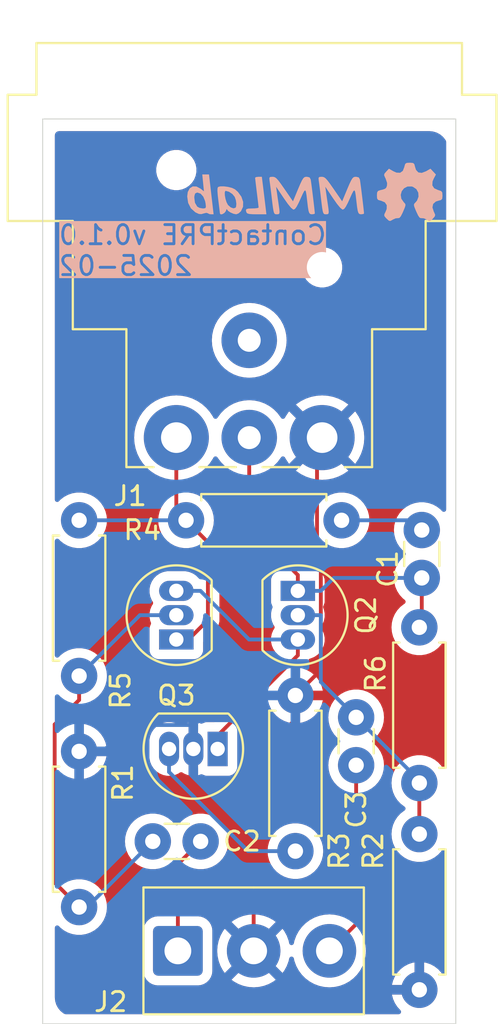
<source format=kicad_pcb>
(kicad_pcb (version 20240108) (generator "pcbnew") (generator_version "8.0")
  (layers (0 "F.Cu" signal) (31 "B.Cu" signal) (34 "B.Paste" user) (35 "F.Paste" user) (36 "B.SilkS" user "B.Silkscreen") (37 "F.SilkS" user "F.Silkscreen") (38 "B.Mask" user) (39 "F.Mask" user) (44 "Edge.Cuts" user))
  (net 0 "")
  (net 1 "Net-(Q2-D)")
  (net 2 "Net-(C1-Pad1)")
  (net 3 "Net-(Q1-G)")
  (net 4 "Net-(J2-Pin_1)")
  (net 5 "Net-(Q2-G)")
  (net 6 "Net-(J2-Pin_3)")
  (net 7 "Net-(Q1-D)")
  (net 8 "GND")
  (net 9 "Net-(Q1-S)")
  (net 10 "Net-(Q3-S)")
  (footprint "MyComponents:C_Disc_D3.0mm_W1.6mm_P2.50mm" (layer "F.Cu") (at 126.238 83.185 -90)
    (property "Reference" "C3" (at 4.826 0 -90) (layer "F.SilkS"))
    (property "Value" "220p")
    (fp_line (start 0.621 0.92) (end 1.879 0.92) (stroke (width 0.12)) (layer "F.SilkS"))
    (fp_line (start 0.621 -0.92) (end 1.879 -0.92) (stroke (width 0.12)) (layer "F.SilkS"))
    (pad "1" thru_hole circle (at 0 0 270) (size 1.9 1.9) (drill 0.8) (layers "*.Cu" "*.Mask") (net 5 "Net-(Q2-G)"))
    (pad "2" thru_hole circle (at 2.5 0 270) (size 1.9 1.9) (drill 0.8) (layers "*.Cu" "*.Mask") (net 6 "Net-(J2-Pin_3)"))
  )
  (footprint "MyComponents:C_Disc_D3.0mm_W1.6mm_P2.50mm" (layer "F.Cu") (at 118.11 89.662 180)
    (property "Reference" "C2" (at -2.159 0 180) (layer "F.SilkS"))
    (property "Value" "220p")
    (fp_line (start 0.621 0.92) (end 1.879 0.92) (stroke (width 0.12)) (layer "F.SilkS"))
    (fp_line (start 0.621 -0.92) (end 1.879 -0.92) (stroke (width 0.12)) (layer "F.SilkS"))
    (pad "1" thru_hole circle (at 0 0 180) (size 1.9 1.9) (drill 0.8) (layers "*.Cu" "*.Mask") (net 4 "Net-(J2-Pin_1)"))
    (pad "2" thru_hole circle (at 2.5 0 180) (size 1.9 1.9) (drill 0.8) (layers "*.Cu" "*.Mask") (net 3 "Net-(Q1-G)"))
  )
  (footprint "MyComponents:R_Axial_DIN0207_L6.3mm_D2.5mm_P8.128mm_Horizontal" (layer "F.Cu") (at 129.54 78.74 -90)
    (property "Reference" "R6" (at 2.159 2.286 -90) (layer "F.SilkS"))
    (property "Value" "3M")
    (fp_line (start 0.54 1.37) (end 7.08 1.37) (stroke (width 0.12)) (layer "F.SilkS"))
    (fp_line (start 7.08 1.37) (end 7.08 1.04) (stroke (width 0.12)) (layer "F.SilkS"))
    (fp_line (start 0.54 1.04) (end 0.54 1.37) (stroke (width 0.12)) (layer "F.SilkS"))
    (fp_line (start 0.54 -1.04) (end 0.54 -1.37) (stroke (width 0.12)) (layer "F.SilkS"))
    (fp_line (start 0.54 -1.37) (end 7.08 -1.37) (stroke (width 0.12)) (layer "F.SilkS"))
    (fp_line (start 7.08 -1.37) (end 7.08 -1.04) (stroke (width 0.12)) (layer "F.SilkS"))
    (pad "1" thru_hole circle (at -0.254 0 270) (size 1.9 1.9) (drill 0.8) (layers "*.Cu" "*.Mask") (net 1 "Net-(Q2-D)"))
    (pad "2" thru_hole oval (at 7.874 0 270) (size 1.9 1.9) (drill 0.8) (layers "*.Cu" "*.Mask") (net 5 "Net-(Q2-G)"))
  )
  (footprint "MyComponents:R_Axial_DIN0207_L6.3mm_D2.5mm_P8.128mm_Horizontal" (layer "F.Cu") (at 129.54 89.535 -90)
    (property "Reference" "R2" (at 0.635 2.413 -90) (layer "F.SilkS"))
    (property "Value" "3M")
    (fp_line (start 0.54 1.37) (end 7.08 1.37) (stroke (width 0.12)) (layer "F.SilkS"))
    (fp_line (start 7.08 1.37) (end 7.08 1.04) (stroke (width 0.12)) (layer "F.SilkS"))
    (fp_line (start 0.54 1.04) (end 0.54 1.37) (stroke (width 0.12)) (layer "F.SilkS"))
    (fp_line (start 0.54 -1.04) (end 0.54 -1.37) (stroke (width 0.12)) (layer "F.SilkS"))
    (fp_line (start 0.54 -1.37) (end 7.08 -1.37) (stroke (width 0.12)) (layer "F.SilkS"))
    (fp_line (start 7.08 -1.37) (end 7.08 -1.04) (stroke (width 0.12)) (layer "F.SilkS"))
    (pad "1" thru_hole circle (at -0.254 0 270) (size 1.9 1.9) (drill 0.8) (layers "*.Cu" "*.Mask") (net 5 "Net-(Q2-G)"))
    (pad "2" thru_hole oval (at 7.874 0 270) (size 1.9 1.9) (drill 0.8) (layers "*.Cu" "*.Mask") (net 8 "GND"))
  )
  (footprint "MyComponents:R_Axial_DIN0207_L6.3mm_D2.5mm_P8.128mm_Horizontal" (layer "F.Cu") (at 123.063 89.916 90)
    (property "Reference" "R3" (at -0.254 2.286 90) (layer "F.SilkS"))
    (property "Value" "1-2K")
    (fp_line (start 7.08 -1.37) (end 7.08 -1.04) (stroke (width 0.12)) (layer "F.SilkS"))
    (fp_line (start 0.54 -1.37) (end 7.08 -1.37) (stroke (width 0.12)) (layer "F.SilkS"))
    (fp_line (start 0.54 -1.04) (end 0.54 -1.37) (stroke (width 0.12)) (layer "F.SilkS"))
    (fp_line (start 0.54 1.04) (end 0.54 1.37) (stroke (width 0.12)) (layer "F.SilkS"))
    (fp_line (start 7.08 1.37) (end 7.08 1.04) (stroke (width 0.12)) (layer "F.SilkS"))
    (fp_line (start 0.54 1.37) (end 7.08 1.37) (stroke (width 0.12)) (layer "F.SilkS"))
    (pad "1" thru_hole circle (at -0.254 0 90) (size 1.9 1.9) (drill 0.8) (layers "*.Cu" "*.Mask") (net 10 "Net-(Q3-S)"))
    (pad "2" thru_hole oval (at 7.874 0 90) (size 1.9 1.9) (drill 0.8) (layers "*.Cu" "*.Mask") (net 8 "GND"))
  )
  (footprint "MyComponents:TO-92_Inline" (layer "F.Cu") (at 123.19 76.581 -90)
    (property "Reference" "Q2" (at 1.27 -3.56 -90) (layer "F.SilkS"))
    (property "Value" "2N3819")
    (fp_line (start -0.53 1.85) (end 3.07 1.85) (stroke (width 0.12)) (layer "F.SilkS"))
    (fp_arc (start -0.568478 1.838478) (mid -1.132087 -0.994977) (end 1.27 -2.6) (stroke (width 0.12)) (layer "F.SilkS"))
    (fp_arc (start 1.27 -2.6) (mid 3.672087 -0.994977) (end 3.108478 1.838478) (stroke (width 0.12)) (layer "F.SilkS"))
    (pad "1" thru_hole rect (at 0 0 270) (size 1.05 1.8) (drill 0.75) (layers "*.Cu" "*.Mask") (net 1 "Net-(Q2-D)"))
    (pad "2" thru_hole oval (at 1.27 0 270) (size 1.05 1.8) (drill 0.75) (layers "*.Cu" "*.Mask") (net 5 "Net-(Q2-G)"))
    (pad "3" thru_hole oval (at 2.54 0 270) (size 1.05 1.8) (drill 0.75) (layers "*.Cu" "*.Mask") (net 9 "Net-(Q1-S)"))
  )
  (footprint "Connector_Audio:Jack_XLR_Neutrik_NC3MAAH_Horizontal" (layer "F.Cu") (at 124.46 68.58 180)
    (property "Reference" "J1" (at 10.033 -3.048 0) (layer "F.SilkS"))
    (property "Value" "XLR3")
    (fp_line (start 16.43 17.9) (end 16.43 11.31) (stroke (width 0.12)) (layer "F.SilkS"))
    (fp_line (start 16.43 17.9) (end 14.93 17.9) (stroke (width 0.12)) (layer "F.SilkS"))
    (fp_line (start 14.93 20.6) (end -7.31 20.6) (stroke (width 0.12)) (layer "F.SilkS"))
    (fp_line (start 14.93 17.9) (end 14.93 20.6) (stroke (width 0.12)) (layer "F.SilkS"))
    (fp_line (start 13.03 11.31) (end 16.43 11.31) (stroke (width 0.12)) (layer "F.SilkS"))
    (fp_line (start 13.03 11.31) (end 13.03 5.66) (stroke (width 0.12)) (layer "F.SilkS"))
    (fp_line (start 10.23 5.66) (end 13.03 5.66) (stroke (width 0.12)) (layer "F.SilkS"))
    (fp_line (start 10.23 5.66) (end 10.23 -1.54) (stroke (width 0.12)) (layer "F.SilkS"))
    (fp_line (start 10.23 -1.54) (end 8.81 -1.54) (stroke (width 0.12)) (layer "F.SilkS"))
    (fp_line (start 4.51 -1.54) (end 6.41 -1.54) (stroke (width 0.12)) (layer "F.SilkS"))
    (fp_line (start 3.11 -1.54) (end 1.21 -1.54) (stroke (width 0.12)) (layer "F.SilkS"))
    (fp_line (start -1.19 -1.54) (end -2.61 -1.54) (stroke (width 0.12)) (layer "F.SilkS"))
    (fp_line (start -2.61 5.66) (end -2.61 -1.54) (stroke (width 0.12)) (layer "F.SilkS"))
    (fp_line (start -2.61 5.66) (end -5.41 5.66) (stroke (width 0.12)) (layer "F.SilkS"))
    (fp_line (start -5.41 11.31) (end -5.41 5.66) (stroke (width 0.12)) (layer "F.SilkS"))
    (fp_line (start -7.31 17.9) (end -7.31 20.6) (stroke (width 0.12)) (layer "F.SilkS"))
    (fp_line (start -7.31 17.9) (end -9.11 17.9) (stroke (width 0.12)) (layer "F.SilkS"))
    (fp_line (start -9.11 17.9) (end -9.11 11.31) (stroke (width 0.12)) (layer "F.SilkS"))
    (fp_line (start -9.11 11.31) (end -5.41 11.31) (stroke (width 0.12)) (layer "F.SilkS"))
    (pad "" np_thru_hole circle (at 0 8.89 180) (size 1.6 1.6) (drill 1.6) (layers "*.Cu" "*.Mask"))
    (pad "" np_thru_hole circle (at 7.62 13.97 180) (size 1.6 1.6) (drill 1.6) (layers "*.Cu" "*.Mask"))
    (pad "1" thru_hole circle (at 0 0 180) (size 3.4 3.4) (drill 1.6) (layers "*.Cu" "*.Mask") (net 8 "GND"))
    (pad "2" thru_hole circle (at 7.62 0 180) (size 3.4 3.4) (drill 1.6) (layers "*.Cu" "*.Mask") (net 7 "Net-(Q1-D)"))
    (pad "3" thru_hole circle (at 3.81 0 180) (size 2.9 2.9) (drill 1.2) (layers "*.Cu" "*.Mask") (net 1 "Net-(Q2-D)"))
    (pad "G" thru_hole circle (at 3.81 5.08 180) (size 2.9 2.9) (drill 1.2) (layers "*.Cu" "*.Mask"))
  )
  (footprint "MyComponents:TO-92_Inline" (layer "F.Cu") (at 118.999 84.836 180)
    (property "Reference" "Q3" (at 2.159 2.794 180) (layer "F.SilkS"))
    (property "Value" "2N3819")
    (fp_line (start -0.53 1.85) (end 3.07 1.85) (stroke (width 0.12)) (layer "F.SilkS"))
    (fp_arc (start 1.27 -2.6) (mid 3.672087 -0.994977) (end 3.108478 1.838478) (stroke (width 0.12)) (layer "F.SilkS"))
    (fp_arc (start -0.568478 1.838478) (mid -1.132087 -0.994977) (end 1.27 -2.6) (stroke (width 0.12)) (layer "F.SilkS"))
    (pad "1" thru_hole rect (at 0 0 180) (size 1.05 1.8) (drill 0.75) (layers "*.Cu" "*.Mask") (net 9 "Net-(Q1-S)"))
    (pad "2" thru_hole oval (at 1.27 0 180) (size 1.05 1.8) (drill 0.75) (layers "*.Cu" "*.Mask") (net 8 "GND"))
    (pad "3" thru_hole oval (at 2.54 0 180) (size 1.05 1.8) (drill 0.75) (layers "*.Cu" "*.Mask") (net 10 "Net-(Q3-S)"))
  )
  (footprint "MyComponents:R_Axial_DIN0207_L6.3mm_D2.5mm_P8.128mm_Horizontal" (layer "F.Cu") (at 111.76 92.837 90)
    (property "Reference" "R1" (at 6.223 2.286 90) (layer "F.SilkS"))
    (property "Value" "3M")
    (fp_line (start 7.08 -1.37) (end 7.08 -1.04) (stroke (width 0.12)) (layer "F.SilkS"))
    (fp_line (start 0.54 -1.37) (end 7.08 -1.37) (stroke (width 0.12)) (layer "F.SilkS"))
    (fp_line (start 0.54 -1.04) (end 0.54 -1.37) (stroke (width 0.12)) (layer "F.SilkS"))
    (fp_line (start 0.54 1.04) (end 0.54 1.37) (stroke (width 0.12)) (layer "F.SilkS"))
    (fp_line (start 7.08 1.37) (end 7.08 1.04) (stroke (width 0.12)) (layer "F.SilkS"))
    (fp_line (start 0.54 1.37) (end 7.08 1.37) (stroke (width 0.12)) (layer "F.SilkS"))
    (pad "1" thru_hole circle (at -0.254 0 90) (size 1.9 1.9) (drill 0.8) (layers "*.Cu" "*.Mask") (net 3 "Net-(Q1-G)"))
    (pad "2" thru_hole oval (at 7.874 0 90) (size 1.9 1.9) (drill 0.8) (layers "*.Cu" "*.Mask") (net 8 "GND"))
  )
  (footprint "MyComponents:TE_826576-3_1x03_P3.96mm_Vertical" (layer "F.Cu") (at 116.921 95.377)
    (property "Reference" "J2" (at -3.51 2.667 0) (layer "F.SilkS"))
    (property "Value" "Piezo")
    (fp_line (start -1.8 -3.31) (end -1.8 3.31) (stroke (width 0.12)) (layer "F.SilkS"))
    (fp_line (start -1.8 3.31) (end 3.96 3.31) (stroke (width 0.12)) (layer "F.SilkS"))
    (fp_line (start 3.96 -3.31) (end -1.8 -3.31) (stroke (width 0.12)) (layer "F.SilkS"))
    (fp_line (start 3.96 -3.31) (end 9.72 -3.31) (stroke (width 0.12)) (layer "F.SilkS"))
    (fp_line (start 9.72 -3.31) (end 9.72 3.31) (stroke (width 0.12)) (layer "F.SilkS"))
    (fp_line (start 9.72 3.31) (end 3.96 3.31) (stroke (width 0.12)) (layer "F.SilkS"))
    (pad "1" thru_hole roundrect (at 0 0) (size 2.6 2.6) (drill 1.4) (layers "*.Cu" "*.Mask") (roundrect_rratio 0.104167) (net 4 "Net-(J2-Pin_1)"))
    (pad "2" thru_hole circle (at 3.96 0) (size 2.8 2.8) (drill 1.4) (layers "*.Cu" "*.Mask") (net 8 "GND"))
    (pad "3" thru_hole circle (at 7.92 0) (size 2.8 2.8) (drill 1.4) (layers "*.Cu" "*.Mask") (net 6 "Net-(J2-Pin_3)"))
  )
  (footprint "MyComponents:C_Disc_D3.0mm_W1.6mm_P2.50mm" (layer "F.Cu") (at 129.667 73.406 -90)
    (property "Reference" "C1" (at 2.032 1.778 -90) (layer "F.SilkS"))
    (property "Value" "220p")
    (fp_line (start 0.621 0.92) (end 1.879 0.92) (stroke (width 0.12)) (layer "F.SilkS"))
    (fp_line (start 0.621 -0.92) (end 1.879 -0.92) (stroke (width 0.12)) (layer "F.SilkS"))
    (pad "1" thru_hole circle (at 0 0 270) (size 1.9 1.9) (drill 0.8) (layers "*.Cu" "*.Mask") (net 2 "Net-(C1-Pad1)"))
    (pad "2" thru_hole circle (at 2.5 0 270) (size 1.9 1.9) (drill 0.8) (layers "*.Cu" "*.Mask") (net 1 "Net-(Q2-D)"))
  )
  (footprint "MyComponents:R_Axial_DIN0207_L6.3mm_D2.5mm_P8.128mm_Horizontal" (layer "F.Cu") (at 117.602 72.898)
    (property "Reference" "R4" (at -2.54 0.508 0) (layer "F.SilkS"))
    (property "Value" "150")
    (fp_line (start 0.54 -1.37) (end 7.08 -1.37) (stroke (width 0.12)) (layer "F.SilkS"))
    (fp_line (start 0.54 -1.04) (end 0.54 -1.37) (stroke (width 0.12)) (layer "F.SilkS"))
    (fp_line (start 0.54 1.04) (end 0.54 1.37) (stroke (width 0.12)) (layer "F.SilkS"))
    (fp_line (start 0.54 1.37) (end 7.08 1.37) (stroke (width 0.12)) (layer "F.SilkS"))
    (fp_line (start 7.08 -1.37) (end 7.08 -1.04) (stroke (width 0.12)) (layer "F.SilkS"))
    (fp_line (start 7.08 1.37) (end 7.08 1.04) (stroke (width 0.12)) (layer "F.SilkS"))
    (pad "1" thru_hole circle (at -0.254 0) (size 1.9 1.9) (drill 0.8) (layers "*.Cu" "*.Mask") (net 7 "Net-(Q1-D)"))
    (pad "2" thru_hole oval (at 7.874 0) (size 1.9 1.9) (drill 0.8) (layers "*.Cu" "*.Mask") (net 2 "Net-(C1-Pad1)"))
  )
  (footprint "MyComponents:TO-92_Inline" (layer "F.Cu") (at 116.84 79.121 90)
    (property "Reference" "Q1" (hide yes))
    (property "Value" "2N3819")
    (fp_line (start -0.53 1.85) (end 3.07 1.85) (stroke (width 0.12)) (layer "F.SilkS"))
    (fp_arc (start 1.27 -2.6) (mid 3.672087 -0.994977) (end 3.108478 1.838478) (stroke (width 0.12)) (layer "F.SilkS"))
    (fp_arc (start -0.568478 1.838478) (mid -1.132087 -0.994977) (end 1.27 -2.6) (stroke (width 0.12)) (layer "F.SilkS"))
    (pad "1" thru_hole rect (at 0 0 90) (size 1.05 1.8) (drill 0.75) (layers "*.Cu" "*.Mask") (net 7 "Net-(Q1-D)"))
    (pad "2" thru_hole oval (at 1.27 0 90) (size 1.05 1.8) (drill 0.75) (layers "*.Cu" "*.Mask") (net 3 "Net-(Q1-G)"))
    (pad "3" thru_hole oval (at 2.54 0 90) (size 1.05 1.8) (drill 0.75) (layers "*.Cu" "*.Mask") (net 9 "Net-(Q1-S)"))
  )
  (footprint "MyComponents:R_Axial_DIN0207_L6.3mm_D2.5mm_P8.128mm_Horizontal" (layer "F.Cu") (at 111.76 73.152 -90)
    (property "Reference" "R5" (at 8.636 -2.159 -90) (layer "F.SilkS"))
    (property "Value" "3M")
    (fp_line (start 0.54 1.37) (end 7.08 1.37) (stroke (width 0.12)) (layer "F.SilkS"))
    (fp_line (start 7.08 1.37) (end 7.08 1.04) (stroke (width 0.12)) (layer "F.SilkS"))
    (fp_line (start 0.54 1.04) (end 0.54 1.37) (stroke (width 0.12)) (layer "F.SilkS"))
    (fp_line (start 0.54 -1.04) (end 0.54 -1.37) (stroke (width 0.12)) (layer "F.SilkS"))
    (fp_line (start 0.54 -1.37) (end 7.08 -1.37) (stroke (width 0.12)) (layer "F.SilkS"))
    (fp_line (start 7.08 -1.37) (end 7.08 -1.04) (stroke (width 0.12)) (layer "F.SilkS"))
    (pad "1" thru_hole circle (at -0.254 0 270) (size 1.9 1.9) (drill 0.8) (layers "*.Cu" "*.Mask") (net 7 "Net-(Q1-D)"))
    (pad "2" thru_hole oval (at 7.874 0 270) (size 1.9 1.9) (drill 0.8) (layers "*.Cu" "*.Mask") (net 3 "Net-(Q1-G)"))
  )
  (footprint "MyComponents:OHMMLab" (layer "B.Cu") (at 124.079 55.88 180)
    (property "Reference" "G***" (hide yes))
    (property "Value" "LOGO" (hide yes))
    (fp_poly (pts (xy 3.07106 0.903536) (xy 3.121446 0.869843) (xy 3.114258 0.793504) (xy 3.094682 0.621236) (xy 3.065705 0.378551) (xy 3.030312 0.09096) (xy 3.030128 0.089481) (xy 2.994683 -0.197991) (xy 2.965569 -0.440408) (xy 2.945782 -0.612358) (xy 2.938322 -0.688433) (xy 2.938321 -0.688554) (xy 2.993393 -0.713693) (xy 3.135971 -0.730366) (xy 3.274458 -0.734458) (xy 3.47865 -0.741868) (xy 3.581368 -0.773657) (xy 3.603139 -0.844163) (xy 3.573934 -0.943669) (xy 3.530227 -0.993446) (xy 3.430317 -1.023331) (xy 3.250642 -1.037549) (xy 3.034032 -1.040482) (xy 2.53128 -1.040482) (xy 2.580031 -0.627349) (xy 2.611197 -0.366705) (xy 2.650283 -0.044662) (xy 2.689989 0.278717) (xy 2.699057 0.351928) (xy 2.769331 0.918072) (xy 2.945389 0.918072)) (fill solid) (layer "B.SilkS"))
    (fp_poly (pts (xy 5.839719 0.600489) (xy 5.796364 0.160497) (xy 5.966677 0.294465) (xy 6.185475 0.4114) (xy 6.381988 0.415612) (xy 6.539478 0.316665) (xy 6.641203 0.12412) (xy 6.671326 -0.108063) (xy 6.62099 -0.448687) (xy 6.476629 -0.730313) (xy 6.248208 -0.934214) (xy 6.224491 -0.947771) (xy 6.059392 -1.02333) (xy 5.92933 -1.031948) (xy 5.817316 -0.999091) (xy 5.673626 -0.964266) (xy 5.596894 -0.984693) (xy 5.514682 -1.029313) (xy 5.426347 -1.040482) (xy 5.290279 -1.040482) (xy 5.336571 -0.639951) (xy 5.69349 -0.639951) (xy 5.715014 -0.713218) (xy 5.795159 -0.733519) (xy 5.863232 -0.734458) (xy 6.030038 -0.704052) (xy 6.146621 -0.638371) (xy 6.263938 -0.439027) (xy 6.299778 -0.171791) (xy 6.293574 -0.083901) (xy 6.255887 0.046308) (xy 6.163489 0.090287) (xy 6.127087 0.091807) (xy 5.967587 0.034754) (xy 5.831353 -0.120031) (xy 5.736307 -0.347989) (xy 5.71011 -0.479636) (xy 5.69349 -0.639951) (xy 5.336571 -0.639951) (xy 5.410535 0) (xy 5.530791 1.040482) (xy 5.706933 1.040482) (xy 5.883075 1.040482)) (fill solid) (layer "B.SilkS"))
    (fp_poly (pts (xy 4.947407 0.417522) (xy 5.05659 0.38524) (xy 5.085105 0.323425) (xy 5.09099 0.184239) (xy 5.073971 -0.047658) (xy 5.044212 -0.306024) (xy 5.010644 -0.575492) (xy 4.983308 -0.799489) (xy 4.965543 -0.950364) (xy 4.960513 -0.998835) (xy 4.917242 -1.047499) (xy 4.824443 -1.031096) (xy 4.722395 -0.96774) (xy 4.651373 -0.875548) (xy 4.644875 -0.856867) (xy 4.612695 -0.770012) (xy 4.596463 -0.77879) (xy 4.538853 -0.859723) (xy 4.407327 -0.946323) (xy 4.246723 -1.014558) (xy 4.108205 -1.040482) (xy 3.988493 -0.995053) (xy 3.865086 -0.885138) (xy 3.860346 -0.879216) (xy 3.75183 -0.649701) (xy 3.748564 -0.492599) (xy 4.10194 -0.492599) (xy 4.116606 -0.644657) (xy 4.144108 -0.696236) (xy 4.253685 -0.729325) (xy 4.396212 -0.678463) (xy 4.532573 -0.558648) (xy 4.545048 -0.542534) (xy 4.615458 -0.407448) (xy 4.669939 -0.23178) (xy 4.702657 -0.051612) (xy 4.707783 0.096975) (xy 4.679485 0.177901) (xy 4.662406 0.183615) (xy 4.486294 0.135671) (xy 4.308615 0.01647) (xy 4.18794 -0.131286) (xy 4.127003 -0.304915) (xy 4.10194 -0.492599) (xy 3.748564 -0.492599) (xy 3.746422 -0.389547) (xy 3.837587 -0.12254) (xy 4.018786 0.127536) (xy 4.174691 0.264548) (xy 4.325187 0.336408) (xy 4.533731 0.389907) (xy 4.755934 0.41897)) (fill solid) (layer "B.SilkS"))
    (fp_poly (pts (xy 2.331668 0.910206) (xy 2.376715 0.862882) (xy 2.370292 0.740517) (xy 2.362545 0.688554) (xy 2.339215 0.521426) (xy 2.307859 0.276999) (xy 2.274113 -0.000379) (xy 2.263387 -0.091807) (xy 2.221354 -0.449928) (xy 2.188385 -0.704239) (xy 2.159291 -0.872506) (xy 2.128884 -0.972498) (xy 2.091976 -1.021982) (xy 2.043381 -1.038724) (xy 1.986384 -1.040482) (xy 1.904143 -1.035243) (xy 1.858014 -1.003667) (xy 1.843686 -0.921967) (xy 1.856848 -0.766357) (xy 1.892113 -0.520241) (xy 1.930191 -0.262634) (xy 1.967588 -0.004028) (xy 1.985443 0.12241) (xy 2.023729 0.397831) (xy 1.623 -0.198916) (xy 1.409837 -0.501046) (xy 1.246602 -0.698635) (xy 1.135187 -0.789481) (xy 1.109705 -0.795663) (xy 1.038563 -0.761324) (xy 0.953513 -0.648915) (xy 0.845506 -0.444349) (xy 0.750183 -0.23603) (xy 0.636592 0.017638) (xy 0.557937 0.167795) (xy 0.504638 0.210874) (xy 0.467111 0.143307) (xy 0.435775 -0.038475) (xy 0.401047 -0.338039) (xy 0.397832 -0.367229) (xy 0.362954 -0.661998) (xy 0.330754 -0.855729) (xy 0.29347 -0.969349) (xy 0.243341 -1.023784) (xy 0.172608 -1.039959) (xy 0.148149 -1.040482) (xy 0.035389 -1.025141) (xy 0 -0.997047) (xy 0.007343 -0.905488) (xy 0.027059 -0.720968) (xy 0.05568 -0.471903) (xy 0.089738 -0.186711) (xy 0.125762 0.106189) (xy 0.160285 0.378381) (xy 0.189839 0.601446) (xy 0.210954 0.746966) (xy 0.216948 0.780362) (xy 0.275286 0.885728) (xy 0.408246 0.91794) (xy 0.422063 0.918072) (xy 0.493103 0.913897) (xy 0.552701 0.890798) (xy 0.610558 0.832911) (xy 0.676375 0.724377) (xy 0.759853 0.549333) (xy 0.870693 0.291918) (xy 1.01036 -0.043828) (xy 1.142476 -0.363077) (xy 1.58414 0.277498) (xy 1.771124 0.544812) (xy 1.907238 0.725988) (xy 2.008519 0.837392) (xy 2.091002 0.895393) (xy 2.170726 0.916358) (xy 2.211776 0.918072)) (fill solid) (layer "B.SilkS"))
    (fp_poly (pts (xy -0.238935 0.910206) (xy -0.193888 0.862882) (xy -0.20031 0.740517) (xy -0.208058 0.688554) (xy -0.231387 0.521426) (xy -0.262743 0.276999) (xy -0.296489 -0.000379) (xy -0.307215 -0.091807) (xy -0.349248 -0.449928) (xy -0.382217 -0.704239) (xy -0.411312 -0.872506) (xy -0.441719 -0.972498) (xy -0.478626 -1.021982) (xy -0.527222 -1.038724) (xy -0.584219 -1.040482) (xy -0.666459 -1.035243) (xy -0.712588 -1.003667) (xy -0.726916 -0.921967) (xy -0.713754 -0.766357) (xy -0.67849 -0.520241) (xy -0.640411 -0.262634) (xy -0.603015 -0.004028) (xy -0.58516 0.12241) (xy -0.546873 0.397831) (xy -0.947602 -0.198916) (xy -1.160765 -0.501046) (xy -1.324001 -0.698635) (xy -1.435416 -0.789481) (xy -1.460897 -0.795663) (xy -1.53204 -0.761324) (xy -1.617089 -0.648915) (xy -1.725097 -0.444349) (xy -1.82042 -0.23603) (xy -1.934011 0.017638) (xy -2.012665 0.167795) (xy -2.065964 0.210874) (xy -2.103491 0.143307) (xy -2.134828 -0.038475) (xy -2.169556 -0.338039) (xy -2.172771 -0.367229) (xy -2.207648 -0.661998) (xy -2.239849 -0.855729) (xy -2.277133 -0.969349) (xy -2.327261 -1.023784) (xy -2.397994 -1.039959) (xy -2.422453 -1.040482) (xy -2.535213 -1.025141) (xy -2.570602 -0.997047) (xy -2.563259 -0.905488) (xy -2.543543 -0.720968) (xy -2.514922 -0.471903) (xy -2.480865 -0.186711) (xy -2.44484 0.106189) (xy -2.410317 0.378381) (xy -2.380763 0.601446) (xy -2.359648 0.746966) (xy -2.353654 0.780362) (xy -2.295316 0.885728) (xy -2.162356 0.91794) (xy -2.148539 0.918072) (xy -2.077499 0.913897) (xy -2.017901 0.890798) (xy -1.960044 0.832911) (xy -1.894227 0.724377) (xy -1.810749 0.549333) (xy -1.69991 0.291918) (xy -1.560243 -0.043828) (xy -1.428126 -0.363077) (xy -0.986463 0.277498) (xy -0.799478 0.544812) (xy -0.663364 0.725988) (xy -0.562084 0.837392) (xy -0.4796 0.895393) (xy -0.399876 0.916358) (xy -0.358827 0.918072)) (fill solid) (layer "B.SilkS"))
    (fp_poly (pts (xy -4.800732 1.643505) (xy -4.723859 1.594438) (xy -4.684751 1.472344) (xy -4.677224 1.433485) (xy -4.59717 1.227445) (xy -4.45807 1.127386) (xy -4.266201 1.135763) (xy -4.10213 1.208451) (xy -3.871982 1.340908) (xy -3.728799 1.188496) (xy -3.639062 1.084011) (xy -3.619295 1.002776) (xy -3.664764 0.889795) (xy -3.697747 0.82787) (xy -3.776477 0.596766) (xy -3.769862 0.460219) (xy -3.734985 0.356606) (xy -3.673467 0.294529) (xy -3.550399 0.250364) (xy -3.412168 0.218163) (xy -3.301296 0.178174) (xy -3.253652 0.096858) (xy -3.243855 -0.055559) (xy -3.253195 -0.211514) (xy -3.303335 -0.287737) (xy -3.427455 -0.326668) (xy -3.460839 -0.333107) (xy -3.659024 -0.416786) (xy -3.758635 -0.565873) (xy -3.753579 -0.765581) (xy -3.696707 -0.905548) (xy -3.630588 -1.042365) (xy -3.631343 -1.129657) (xy -3.707326 -1.225415) (xy -3.748812 -1.267235) (xy -3.859601 -1.369015) (xy -3.938295 -1.391244) (xy -4.037691 -1.342563) (xy -4.072217 -1.320158) (xy -4.220522 -1.252722) (xy -4.345007 -1.24169) (xy -4.417669 -1.232067) (xy -4.49115 -1.149928) (xy -4.58061 -0.976021) (xy -4.614222 -0.899855) (xy -4.698185 -0.700542) (xy -4.736098 -0.580521) (xy -4.730563 -0.506754) (xy -4.684185 -0.446209) (xy -4.652348 -0.416026) (xy -4.521409 -0.227848) (xy -4.489618 -0.025835) (xy -4.542107 0.164607) (xy -4.664009 0.318071) (xy -4.840454 0.409152) (xy -5.056574 0.412441) (xy -5.125761 0.392921) (xy -5.305013 0.273521) (xy -5.404478 0.091138) (xy -5.418296 -0.119643) (xy -5.340608 -0.32424) (xy -5.262832 -0.416026) (xy -5.199698 -0.48104) (xy -5.176289 -0.545076) (xy -5.195209 -0.641169) (xy -5.25906 -0.802353) (xy -5.300958 -0.899855) (xy -5.397647 -1.105249) (xy -5.473469 -1.213709) (xy -5.54423 -1.245087) (xy -5.572608 -1.241054) (xy -5.703695 -1.252349) (xy -5.824263 -1.309762) (xy -5.946129 -1.386553) (xy -6.029395 -1.391013) (xy -6.123585 -1.315596) (xy -6.181031 -1.255396) (xy -6.27178 -1.148469) (xy -6.289417 -1.06452) (xy -6.239888 -0.945939) (xy -6.217353 -0.903469) (xy -6.146463 -0.681054) (xy -6.184068 -0.499747) (xy -6.323844 -0.374767) (xy -6.454342 -0.333107) (xy -6.596714 -0.295787) (xy -6.657599 -0.228131) (xy -6.671237 -0.087115) (xy -6.671325 -0.060473) (xy -6.661079 0.093592) (xy -6.606627 0.171718) (xy -6.472399 0.218375) (xy -6.442534 0.225562) (xy -6.238992 0.318058) (xy -6.140981 0.469651) (xy -6.151449 0.672652) (xy -6.214068 0.821621) (xy -6.329565 1.036085) (xy -6.186382 1.188496) (xy -6.043199 1.340908) (xy -5.81305 1.208451) (xy -5.58766 1.121932) (xy -5.410603 1.145584) (xy -5.288156 1.276953) (xy -5.237956 1.433485) (xy -5.201449 1.575533) (xy -5.13623 1.637481) (xy -5.000078 1.652314) (xy -4.95759 1.65253)) (fill solid) (layer "B.SilkS"))
  )
  (gr_rect (start 109.855 51.943) (end 131.445 99.187) (stroke (width 0.05)) (fill none) (layer "Edge.Cuts"))
  (gr_text "ContactPRE v0.1.0\n2025-02" (at 110.617 60.198 0) (layer "B.SilkS" knockout) (effects (font (size 1 1)) (justify right bottom mirror)))
  (segment (start 129.54 78.486) (end 129.667 78.359) (width 0.2) (layer "F.Cu") (net 1))
  (segment (start 129.667 78.359) (end 129.667 75.906) (width 0.2) (layer "F.Cu") (net 1))
  (segment (start 120.65 73.2143) (end 123.19 75.7543) (width 0.2) (layer "F.Cu") (net 1))
  (segment (start 120.65 68.58) (end 120.65 73.2143) (width 0.2) (layer "F.Cu") (net 1))
  (segment (start 123.19 76.581) (end 123.19 75.7543) (width 0.2) (layer "F.Cu") (net 1))
  (segment (start 125.0667 75.906) (end 124.3917 76.581) (width 0.2) (layer "B.Cu") (net 1))
  (segment (start 129.667 75.906) (end 125.0667 75.906) (width 0.2) (layer "B.Cu") (net 1))
  (segment (start 123.19 76.581) (end 124.3917 76.581) (width 0.2) (layer "B.Cu") (net 1))
  (segment (start 129.159 72.898) (end 129.667 73.406) (width 0.2) (layer "B.Cu") (net 2))
  (segment (start 125.476 72.898) (end 129.159 72.898) (width 0.2) (layer "B.Cu") (net 2))
  (segment (start 111.76 93.091) (end 110.4819 91.8129) (width 0.2) (layer "F.Cu") (net 3))
  (segment (start 111.76 81.026) (end 111.76 82.2777) (width 0.2) (layer "F.Cu") (net 3))
  (segment (start 110.4819 83.5558) (end 111.76 82.2777) (width 0.2) (layer "F.Cu") (net 3))
  (segment (start 110.4819 91.8129) (end 110.4819 83.5558) (width 0.2) (layer "F.Cu") (net 3))
  (segment (start 111.76 81.026) (end 114.935 77.851) (width 0.2) (layer "B.Cu") (net 3))
  (segment (start 112.181 93.091) (end 115.61 89.662) (width 0.2) (layer "B.Cu") (net 3))
  (segment (start 111.76 93.091) (end 112.181 93.091) (width 0.2) (layer "B.Cu") (net 3))
  (segment (start 114.935 77.851) (end 116.84 77.851) (width 0.2) (layer "B.Cu") (net 3))
  (segment (start 116.921 95.377) (end 116.921 90.851) (width 0.2) (layer "F.Cu") (net 4))
  (segment (start 116.921 90.851) (end 118.11 89.662) (width 0.2) (layer "F.Cu") (net 4))
  (segment (start 129.54 89.281) (end 129.54 86.614) (width 0.2) (layer "F.Cu") (net 5))
  (segment (start 124.3917 81.3387) (end 126.238 83.185) (width 0.2) (layer "B.Cu") (net 5))
  (segment (start 123.19 77.851) (end 124.3917 77.851) (width 0.2) (layer "B.Cu") (net 5))
  (segment (start 124.3917 77.851) (end 124.3917 81.3387) (width 0.2) (layer "B.Cu") (net 5))
  (segment (start 126.238 83.185) (end 129.54 86.487) (width 0.2) (layer "B.Cu") (net 5))
  (segment (start 129.54 86.487) (end 129.54 86.614) (width 0.2) (layer "B.Cu") (net 5))
  (segment (start 124.841 95.377) (end 126.238 93.98) (width 0.2) (layer "F.Cu") (net 6))
  (segment (start 126.238 93.98) (end 126.238 85.685) (width 0.2) (layer "F.Cu") (net 6))
  (segment (start 116.84 72.39) (end 117.348 72.898) (width 0.2) (layer "F.Cu") (net 7))
  (segment (start 116.84 79.121) (end 117.475 79.121) (width 0.2) (layer "F.Cu") (net 7))
  (segment (start 118.491 74.041) (end 117.348 72.898) (width 0.2) (layer "F.Cu") (net 7))
  (segment (start 116.84 68.58) (end 116.84 72.39) (width 0.2) (layer "F.Cu") (net 7))
  (segment (start 118.491 78.105) (end 118.491 74.041) (width 0.2) (layer "F.Cu") (net 7))
  (segment (start 117.475 79.121) (end 118.491 78.105) (width 0.2) (layer "F.Cu") (net 7))
  (segment (start 117.348 72.898) (end 111.76 72.898) (width 0.2) (layer "B.Cu") (net 7))
  (segment (start 124.193 68.847) (end 124.193 75.1756) (width 0.2) (layer "F.Cu") (net 8))
  (segment (start 124.193 75.1756) (end 124.3917 75.3743) (width 0.2) (layer "F.Cu") (net 8))
  (segment (start 123.063 82.042) (end 123.063 83.2937) (width 0.2) (layer "F.Cu") (net 8))
  (segment (start 120.881 95.377) (end 120.881 85.4757) (width 0.2) (layer "F.Cu") (net 8))
  (segment (start 120.881 85.4757) (end 123.063 83.2937) (width 0.2) (layer "F.Cu") (net 8))
  (segment (start 124.3917 75.3743) (end 124.3917 80.7133) (width 0.2) (layer "F.Cu") (net 8))
  (segment (start 124.3917 80.7133) (end 123.063 82.042) (width 0.2) (layer "F.Cu") (net 8))
  (segment (start 124.46 68.58) (end 124.193 68.847) (width 0.2) (layer "F.Cu") (net 8))
  (segment (start 123.063 82.042) (end 119.3213 82.042) (width 0.2) (layer "B.Cu") (net 8))
  (segment (start 117.729 84.836) (end 117.729 83.7351) (width 0.2) (layer "B.Cu") (net 8))
  (segment (start 117.729 83.7351) (end 117.729 83.6358) (width 0.2) (layer "B.Cu") (net 8))
  (segment (start 117.729 83.6358) (end 117.6786 83.5854) (width 0.2) (layer "B.Cu") (net 8))
  (segment (start 119.3213 82.042) (end 117.729 83.6343) (width 0.2) (layer "B.Cu") (net 8))
  (segment (start 117.6786 83.5854) (end 114.3893 83.5854) (width 0.2) (layer "B.Cu") (net 8))
  (segment (start 114.3893 83.5854) (end 113.0117 84.963) (width 0.2) (layer "B.Cu") (net 8))
  (segment (start 122.913 97.409) (end 129.54 97.409) (width 0.2) (layer "B.Cu") (net 8))
  (segment (start 117.729 83.6358) (end 117.729 83.6343) (width 0.2) (layer "B.Cu") (net 8))
  (segment (start 120.881 95.377) (end 122.913 97.409) (width 0.2) (layer "B.Cu") (net 8))
  (segment (start 111.76 84.963) (end 113.0117 84.963) (width 0.2) (layer "B.Cu") (net 8))
  (segment (start 118.999 84.1387) (end 118.999 84.836) (width 0.2) (layer "F.Cu") (net 9))
  (segment (start 123.19 79.9477) (end 118.999 84.1387) (width 0.2) (layer "F.Cu") (net 9))
  (segment (start 123.19 79.121) (end 123.19 79.9477) (width 0.2) (layer "F.Cu") (net 9))
  (segment (start 116.84 76.581) (end 118.1003 76.581) (width 0.2) (layer "B.Cu") (net 9))
  (segment (start 120.6403 79.121) (end 123.19 79.121) (width 0.2) (layer "B.Cu") (net 9))
  (segment (start 118.1003 76.581) (end 120.6403 79.121) (width 0.2) (layer "B.Cu") (net 9))
  (segment (start 120.5913 90.17) (end 116.459 86.0377) (width 0.2) (layer "B.Cu") (net 10))
  (segment (start 116.459 84.836) (end 116.459 86.0377) (width 0.2) (layer "B.Cu") (net 10))
  (segment (start 123.063 90.17) (end 120.5913 90.17) (width 0.2) (layer "B.Cu") (net 10))
  (zone (net 8) (net_name "GND") (layers "F&B.Cu") (connect_pads (clearance 0.5)) (min_thickness 0.25) (fill yes (thermal_gap 0.5) (thermal_bridge_width 0.5) (smoothing fillet) (radius 1))
    (polygon (pts (xy 110.617 52.578) (xy 131.064 52.578) (xy 131.064 98.806) (xy 110.49 98.806) (xy 110.49 52.705)))
  )
)
</source>
